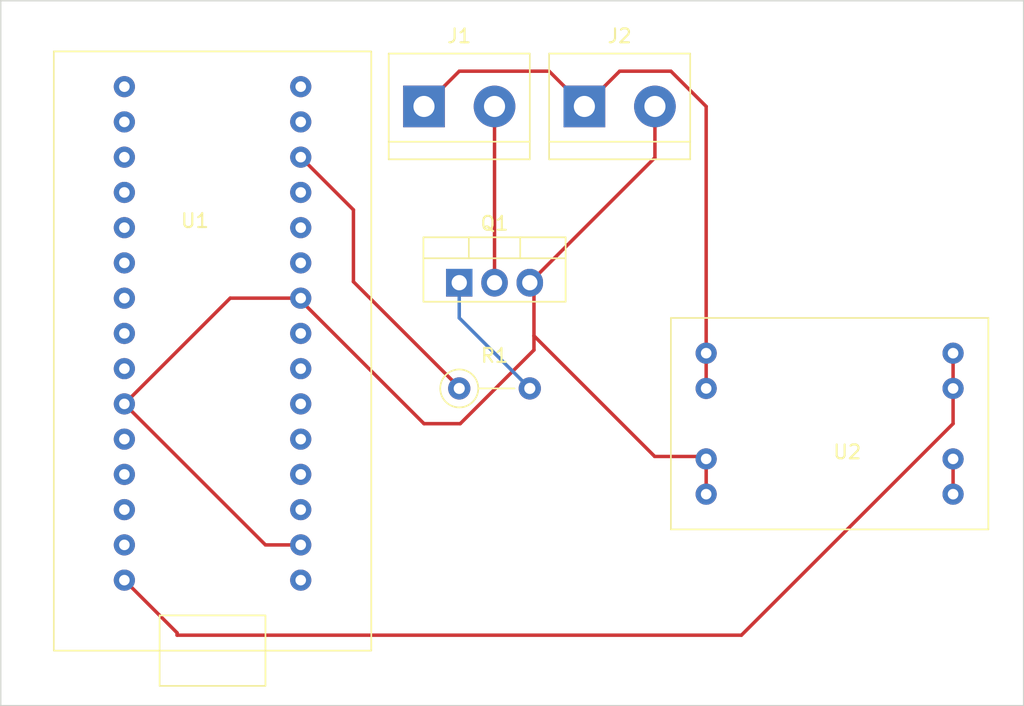
<source format=kicad_pcb>
(kicad_pcb (version 20211014) (generator pcbnew)
  (layers (0 "F.Cu" signal) (31 "B.Cu" signal) (34 "B.Paste" user) (35 "F.Paste" user) (36 "B.SilkS" user "B.Silkscreen") (37 "F.SilkS" user "F.Silkscreen") (38 "B.Mask" user) (39 "F.Mask" user) (44 "Edge.Cuts" user))
  (net 0 "")
  (net 1 "VCC")
  (net 2 "MOSFET_GND")
  (net 10 "GND")
  (net 26 "+5V")
  (net 29 "ENABLE")
  (net 31 "Net-(R1-Pad2)")
  (footprint "TerminalBlock:TerminalBlock_bornier-2_P5.08mm" (layer "F.Cu") (at 147.32 91.44)
    (fp_text reference "J1" (at 2.54 -5.08) (layer "F.SilkS"))
    (fp_text value "Screw_Terminal_01x02")
    (fp_line (start -2.54 -3.81) (end -2.54 3.81) (layer "F.SilkS") (width 0.12))
    (fp_line (start 7.62 3.81) (end 7.62 -3.81) (layer "F.SilkS") (width 0.12))
    (fp_line (start 7.62 2.54) (end -2.54 2.54) (layer "F.SilkS") (width 0.12))
    (fp_line (start 7.62 -3.81) (end -2.54 -3.81) (layer "F.SilkS") (width 0.12))
    (fp_line (start -2.54 3.81) (end 7.62 3.81) (layer "F.SilkS") (width 0.12))
    (pad "1" thru_hole rect (at 0 0) (size 3 3) (drill 1.52) (layers *.Cu *.Mask) (net 1 "VCC"))
    (pad "2" thru_hole circle (at 5.08 0) (size 3 3) (drill 1.52) (layers *.Cu *.Mask) (net 2 "MOSFET_GND"))
  )
  (footprint "Converter_DCDC:DCDC_Generic-5v" (layer "F.Cu") (at 177.8 116.84)
    (fp_text reference "U2" (at 0 -0.5 unlocked) (layer "F.SilkS"))
    (fp_text value "Generic_5v_Module")
    (fp_line (start -12.7 5.08) (end -12.7 -10.16) (layer "F.SilkS") (width 0.12))
    (fp_line (start -12.7 -10.16) (end 10.16 -10.16) (layer "F.SilkS") (width 0.12))
    (fp_line (start 10.16 -10.16) (end 10.16 5.08) (layer "F.SilkS") (width 0.12))
    (fp_line (start 10.16 5.08) (end -12.7 5.08) (layer "F.SilkS") (width 0.12))
    (pad "1" thru_hole circle (at -10.16 -5.08) (size 1.524 1.524) (drill 0.762) (layers *.Cu *.Mask) (net 1 "VCC"))
    (pad "1" thru_hole circle (at -10.16 -7.62) (size 1.524 1.524) (drill 0.762) (layers *.Cu *.Mask) (net 1 "VCC"))
    (pad "2" thru_hole circle (at -10.16 2.54) (size 1.524 1.524) (drill 0.762) (layers *.Cu *.Mask) (net 10 "GND"))
    (pad "2" thru_hole circle (at -10.16 0) (size 1.524 1.524) (drill 0.762) (layers *.Cu *.Mask) (net 10 "GND"))
    (pad "3" thru_hole circle (at 7.62 -7.62) (size 1.524 1.524) (drill 0.762) (layers *.Cu *.Mask) (net 26 "+5V"))
    (pad "3" thru_hole circle (at 7.62 -5.08) (size 1.524 1.524) (drill 0.762) (layers *.Cu *.Mask) (net 26 "+5V"))
    (pad "4" thru_hole circle (at 7.62 2.54) (size 1.524 1.524) (drill 0.762) (layers *.Cu *.Mask) (net 10 "GND"))
    (pad "4" thru_hole circle (at 7.62 0) (size 1.524 1.524) (drill 0.762) (layers *.Cu *.Mask) (net 10 "GND"))
  )
  (footprint "Package_TO_SOT_THT:TO-220-3_Vertical" (layer "F.Cu") (at 149.86 104.14)
    (fp_text reference "Q1" (at 2.54 -4.27) (layer "F.SilkS"))
    (fp_text value "IRLZ44N")
    (fp_line (start 7.66 -3.27) (end 7.66 1.371) (layer "F.SilkS") (width 0.12))
    (fp_line (start -2.58 1.371) (end 7.66 1.371) (layer "F.SilkS") (width 0.12))
    (fp_line (start 4.391 -3.27) (end 4.391 -1.76) (layer "F.SilkS") (width 0.12))
    (fp_line (start -2.58 -3.27) (end -2.58 1.371) (layer "F.SilkS") (width 0.12))
    (fp_line (start 0.69 -3.27) (end 0.69 -1.76) (layer "F.SilkS") (width 0.12))
    (fp_line (start -2.58 -3.27) (end 7.66 -3.27) (layer "F.SilkS") (width 0.12))
    (fp_line (start -2.58 -1.76) (end 7.66 -1.76) (layer "F.SilkS") (width 0.12))
    (pad "1" thru_hole rect (at 0 0) (size 1.905 2) (drill 1.1) (layers *.Cu *.Mask) (net 31 "Net-(R1-Pad2)"))
    (pad "2" thru_hole oval (at 2.54 0) (size 1.905 2) (drill 1.1) (layers *.Cu *.Mask) (net 2 "MOSFET_GND"))
    (pad "3" thru_hole oval (at 5.08 0) (size 1.905 2) (drill 1.1) (layers *.Cu *.Mask) (net 10 "GND"))
  )
  (footprint "ESP32_modules:NodeMCU 8266 LUA 12-F" (layer "F.Cu") (at 130.825 100.175)
    (fp_text reference "U1" (at 0 -0.5 unlocked) (layer "F.SilkS"))
    (fp_text value "NodeMCU_ESP8266_LUA_12-F")
    (fp_rect (start -2.54 27.94) (end 5.08 33.02) (layer "F.SilkS") (width 0.12) (fill none))
    (fp_rect (start -10.16 -12.7) (end 12.7 30.48) (layer "F.SilkS") (width 0.12) (fill none))
    (pad "1" thru_hole circle (at -5.08 -10.16) (size 1.524 1.524) (drill 0.762) (layers *.Cu *.Mask))
    (pad "2" thru_hole circle (at -5.08 -7.62) (size 1.524 1.524) (drill 0.762) (layers *.Cu *.Mask))
    (pad "3" thru_hole circle (at -5.08 -5.08) (size 1.524 1.524) (drill 0.762) (layers *.Cu *.Mask))
    (pad "4" thru_hole circle (at -5.08 -2.54) (size 1.524 1.524) (drill 0.762) (layers *.Cu *.Mask))
    (pad "5" thru_hole circle (at -5.08 0) (size 1.524 1.524) (drill 0.762) (layers *.Cu *.Mask))
    (pad "6" thru_hole circle (at -5.08 2.54) (size 1.524 1.524) (drill 0.762) (layers *.Cu *.Mask))
    (pad "7" thru_hole circle (at -5.08 5.08) (size 1.524 1.524) (drill 0.762) (layers *.Cu *.Mask))
    (pad "8" thru_hole circle (at -5.08 7.62) (size 1.524 1.524) (drill 0.762) (layers *.Cu *.Mask))
    (pad "9" thru_hole circle (at -5.08 10.16) (size 1.524 1.524) (drill 0.762) (layers *.Cu *.Mask))
    (pad "10" thru_hole circle (at -5.08 12.7) (size 1.524 1.524) (drill 0.762) (layers *.Cu *.Mask) (net 10 "GND"))
    (pad "11" thru_hole circle (at -5.08 15.24) (size 1.524 1.524) (drill 0.762) (layers *.Cu *.Mask))
    (pad "12" thru_hole circle (at -5.08 17.78) (size 1.524 1.524) (drill 0.762) (layers *.Cu *.Mask))
    (pad "13" thru_hole circle (at -5.08 20.32) (size 1.524 1.524) (drill 0.762) (layers *.Cu *.Mask))
    (pad "14" thru_hole circle (at -5.08 22.86) (size 1.524 1.524) (drill 0.762) (layers *.Cu *.Mask))
    (pad "15" thru_hole circle (at -5.08 25.4) (size 1.524 1.524) (drill 0.762) (layers *.Cu *.Mask) (net 26 "+5V"))
    (pad "16" thru_hole circle (at 7.62 -10.16) (size 1.524 1.524) (drill 0.762) (layers *.Cu *.Mask))
    (pad "17" thru_hole circle (at 7.62 -7.62) (size 1.524 1.524) (drill 0.762) (layers *.Cu *.Mask))
    (pad "18" thru_hole circle (at 7.62 -5.08) (size 1.524 1.524) (drill 0.762) (layers *.Cu *.Mask) (net 29 "ENABLE"))
    (pad "19" thru_hole circle (at 7.62 -2.54) (size 1.524 1.524) (drill 0.762) (layers *.Cu *.Mask))
    (pad "20" thru_hole circle (at 7.62 0) (size 1.524 1.524) (drill 0.762) (layers *.Cu *.Mask))
    (pad "21" thru_hole circle (at 7.62 2.54) (size 1.524 1.524) (drill 0.762) (layers *.Cu *.Mask))
    (pad "22" thru_hole circle (at 7.62 5.08) (size 1.524 1.524) (drill 0.762) (layers *.Cu *.Mask) (net 10 "GND"))
    (pad "23" thru_hole circle (at 7.62 7.62) (size 1.524 1.524) (drill 0.762) (layers *.Cu *.Mask))
    (pad "24" thru_hole circle (at 7.62 10.16) (size 1.524 1.524) (drill 0.762) (layers *.Cu *.Mask))
    (pad "25" thru_hole circle (at 7.62 12.7) (size 1.524 1.524) (drill 0.762) (layers *.Cu *.Mask))
    (pad "26" thru_hole circle (at 7.62 15.24) (size 1.524 1.524) (drill 0.762) (layers *.Cu *.Mask))
    (pad "27" thru_hole circle (at 7.62 17.78) (size 1.524 1.524) (drill 0.762) (layers *.Cu *.Mask))
    (pad "28" thru_hole circle (at 7.62 20.32) (size 1.524 1.524) (drill 0.762) (layers *.Cu *.Mask))
    (pad "29" thru_hole circle (at 7.62 22.86) (size 1.524 1.524) (drill 0.762) (layers *.Cu *.Mask) (net 10 "GND"))
    (pad "30" thru_hole circle (at 7.62 25.4) (size 1.524 1.524) (drill 0.762) (layers *.Cu *.Mask))
  )
  (footprint "TerminalBlock:TerminalBlock_bornier-2_P5.08mm" (layer "F.Cu") (at 158.87 91.44)
    (fp_text reference "J2" (at 2.54 -5.08) (layer "F.SilkS"))
    (fp_text value "Screw_Terminal_01x02")
    (fp_line (start 7.62 -3.81) (end -2.54 -3.81) (layer "F.SilkS") (width 0.12))
    (fp_line (start 7.62 2.54) (end -2.54 2.54) (layer "F.SilkS") (width 0.12))
    (fp_line (start -2.54 3.81) (end 7.62 3.81) (layer "F.SilkS") (width 0.12))
    (fp_line (start 7.62 3.81) (end 7.62 -3.81) (layer "F.SilkS") (width 0.12))
    (fp_line (start -2.54 -3.81) (end -2.54 3.81) (layer "F.SilkS") (width 0.12))
    (pad "1" thru_hole rect (at 0 0) (size 3 3) (drill 1.52) (layers *.Cu *.Mask) (net 1 "VCC"))
    (pad "2" thru_hole circle (at 5.08 0) (size 3 3) (drill 1.52) (layers *.Cu *.Mask) (net 10 "GND"))
  )
  (footprint "Resistor_THT:R_Axial_DIN0207_L6.3mm_D2.5mm_P5.08mm_Vertical" (layer "F.Cu") (at 149.86 111.76)
    (fp_text reference "R1" (at 2.54 -2.37) (layer "F.SilkS"))
    (fp_text value "R_Small_US")
    (fp_line (start 1.37 0) (end 3.98 0) (layer "F.SilkS") (width 0.12))
    (fp_circle (center 0 0) (end 1.37 0) (layer "F.SilkS") (width 0.12) (fill none))
    (pad "1" thru_hole circle (at 0 0) (size 1.6 1.6) (drill 0.8) (layers *.Cu *.Mask) (net 29 "ENABLE"))
    (pad "2" thru_hole oval (at 5.08 0) (size 1.6 1.6) (drill 0.8) (layers *.Cu *.Mask) (net 31 "Net-(R1-Pad2)"))
  )
  (gr_line (start 167.64 116.84) (end 167.64 119.38) (layer "F.Cu") (width 0.2))
  (gr_rect (start 116.84 83.82) (end 190.5 134.62) (layer "Edge.Cuts") (width 0.1) (fill none))
  (segment (start 149.86 88.9) (end 156.33 88.9) (width 0.25) (layer "F.Cu") (net 1))
  (segment (start 158.87 91.44) (end 161.41 88.9) (width 0.25) (layer "F.Cu") (net 1))
  (segment (start 167.64 91.44) (end 167.64 109.22) (width 0.25) (layer "F.Cu") (net 1))
  (segment (start 161.41 88.9) (end 165.1 88.9) (width 0.25) (layer "F.Cu") (net 1))
  (segment (start 156.33 88.9) (end 158.87 91.44) (width 0.25) (layer "F.Cu") (net 1))
  (segment (start 165.1 88.9) (end 167.64 91.44) (width 0.25) (layer "F.Cu") (net 1))
  (segment (start 147.32 91.44) (end 149.86 88.9) (width 0.25) (layer "F.Cu") (net 1))
  (segment (start 167.64 109.22) (end 167.64 111.76) (width 0.25) (layer "F.Cu") (net 1))
  (segment (start 152.4 103.539639) (end 152.099819 103.83982) (width 0.25) (layer "F.Cu") (net 2))
  (segment (start 152.4 91.44) (end 152.4 103.539639) (width 0.25) (layer "F.Cu") (net 2))
  (segment (start 138.445 105.255) (end 133.365 105.255) (width 0.25) (layer "F.Cu") (net 10))
  (segment (start 147.32 114.3) (end 149.93071 114.3) (width 0.25) (layer "F.Cu") (net 10))
  (segment (start 167.21548 116.664159) (end 167.33982 116.539819) (width 0.25) (layer "F.Cu") (net 10))
  (segment (start 167.64 116.84) (end 167.64 119.38) (width 0.25) (layer "F.Cu") (net 10))
  (segment (start 155.240181 107.970119) (end 163.934221 116.664159) (width 0.25) (layer "F.Cu") (net 10))
  (segment (start 149.93071 114.3) (end 155.240181 108.990529) (width 0.25) (layer "F.Cu") (net 10))
  (segment (start 163.95 95.130001) (end 155.240181 103.83982) (width 0.25) (layer "F.Cu") (net 10))
  (segment (start 138.445 123.035) (end 135.905 123.035) (width 0.25) (layer "F.Cu") (net 10))
  (segment (start 138.445 105.255) (end 138.445 105.425) (width 0.25) (layer "F.Cu") (net 10))
  (segment (start 138.445 105.425) (end 147.32 114.3) (width 0.25) (layer "F.Cu") (net 10))
  (segment (start 163.95 91.44) (end 163.95 95.130001) (width 0.25) (layer "F.Cu") (net 10))
  (segment (start 185.42 119.38) (end 185.42 116.84) (width 0.25) (layer "F.Cu") (net 10))
  (segment (start 135.905 123.035) (end 125.745 112.875) (width 0.25) (layer "F.Cu") (net 10))
  (segment (start 133.365 105.255) (end 125.745 112.875) (width 0.25) (layer "F.Cu") (net 10))
  (segment (start 163.934221 116.664159) (end 167.21548 116.664159) (width 0.25) (layer "F.Cu") (net 10))
  (segment (start 155.240181 107.970119) (end 155.24018 104.44018) (width 0.25) (layer "F.Cu") (net 10))
  (segment (start 155.240181 108.990529) (end 155.240181 107.970119) (width 0.25) (layer "F.Cu") (net 10))
  (segment (start 170.18 129.54) (end 129.54 129.54) (width 0.25) (layer "F.Cu") (net 26))
  (segment (start 129.54 129.54) (end 129.54 129.37) (width 0.25) (layer "F.Cu") (net 26))
  (segment (start 185.42 109.22) (end 185.42 111.76) (width 0.25) (layer "F.Cu") (net 26))
  (segment (start 129.54 129.37) (end 125.745 125.575) (width 0.25) (layer "F.Cu") (net 26))
  (segment (start 185.42 111.76) (end 185.42 114.3) (width 0.25) (layer "F.Cu") (net 26))
  (segment (start 185.42 114.3) (end 170.18 129.54) (width 0.25) (layer "F.Cu") (net 26))
  (segment (start 142.24 104.06929) (end 149.86 111.68929) (width 0.25) (layer "F.Cu") (net 29))
  (segment (start 142.24 98.89) (end 142.24 104.06929) (width 0.25) (layer "F.Cu") (net 29))
  (segment (start 149.86 111.68929) (end 149.86 111.76) (width 0.25) (layer "F.Cu") (net 29))
  (segment (start 138.445 95.095) (end 142.24 98.89) (width 0.25) (layer "F.Cu") (net 29))
  (segment (start 149.86 106.68) (end 154.94 111.76) (width 0.25) (layer "B.Cu") (net 31))
  (segment (start 149.86 104.14) (end 149.86 106.68) (width 0.25) (layer "B.Cu") (net 31))
)
</source>
